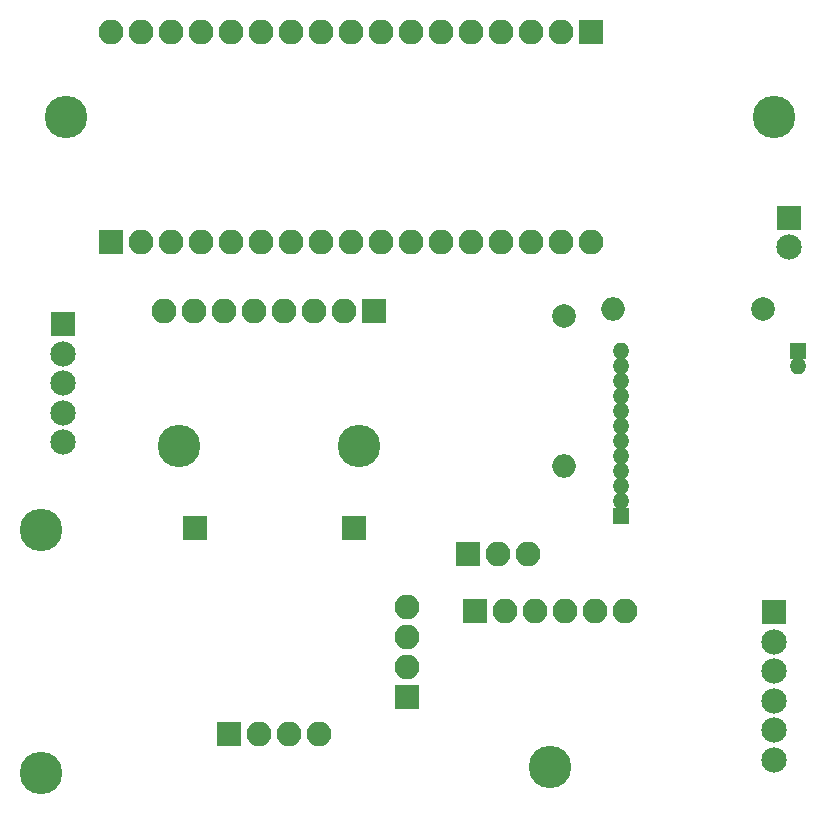
<source format=gbr>
G04 #@! TF.FileFunction,Soldermask,Bot*
%FSLAX46Y46*%
G04 Gerber Fmt 4.6, Leading zero omitted, Abs format (unit mm)*
G04 Created by KiCad (PCBNEW 4.0.7) date 08/16/18 23:45:15*
%MOMM*%
%LPD*%
G01*
G04 APERTURE LIST*
%ADD10C,0.100000*%
%ADD11R,2.100000X2.100000*%
%ADD12O,2.100000X2.100000*%
%ADD13C,3.600000*%
%ADD14R,1.400000X1.400000*%
%ADD15O,1.400000X1.400000*%
%ADD16R,2.150000X2.150000*%
%ADD17C,2.150000*%
%ADD18C,2.000000*%
%ADD19O,2.000000X2.000000*%
G04 APERTURE END LIST*
D10*
D11*
X102806500Y-85534500D03*
D12*
X100266500Y-85534500D03*
X97726500Y-85534500D03*
X95186500Y-85534500D03*
X92646500Y-85534500D03*
X90106500Y-85534500D03*
X87566500Y-85534500D03*
X85026500Y-85534500D03*
D13*
X86296500Y-96964500D03*
D14*
X138684000Y-88900000D03*
D15*
X138684000Y-90170000D03*
D14*
X123698000Y-102870000D03*
D15*
X123698000Y-101600000D03*
X123698000Y-100330000D03*
X123698000Y-99060000D03*
X123698000Y-97790000D03*
X123698000Y-96520000D03*
X123698000Y-95250000D03*
X123698000Y-93980000D03*
X123698000Y-92710000D03*
X123698000Y-91440000D03*
X123698000Y-90170000D03*
X123698000Y-88900000D03*
D11*
X121158000Y-61849000D03*
D12*
X118618000Y-61849000D03*
X116078000Y-61849000D03*
X113538000Y-61849000D03*
X110998000Y-61849000D03*
X108458000Y-61849000D03*
X105918000Y-61849000D03*
X103378000Y-61849000D03*
X100838000Y-61849000D03*
X98298000Y-61849000D03*
X95758000Y-61849000D03*
X93218000Y-61849000D03*
X90678000Y-61849000D03*
X88138000Y-61849000D03*
X85598000Y-61849000D03*
X83058000Y-61849000D03*
X80518000Y-61849000D03*
D11*
X101092000Y-103886000D03*
X87630000Y-103886000D03*
X90551000Y-121285000D03*
D12*
X93091000Y-121285000D03*
X95631000Y-121285000D03*
X98171000Y-121285000D03*
D11*
X80518000Y-79629000D03*
D12*
X83058000Y-79629000D03*
X85598000Y-79629000D03*
X88138000Y-79629000D03*
X90678000Y-79629000D03*
X93218000Y-79629000D03*
X95758000Y-79629000D03*
X98298000Y-79629000D03*
X100838000Y-79629000D03*
X103378000Y-79629000D03*
X105918000Y-79629000D03*
X108458000Y-79629000D03*
X110998000Y-79629000D03*
X113538000Y-79629000D03*
X116078000Y-79629000D03*
X118618000Y-79629000D03*
X121158000Y-79629000D03*
D11*
X110744000Y-106045000D03*
D12*
X113284000Y-106045000D03*
X115824000Y-106045000D03*
D11*
X105600500Y-118173500D03*
D12*
X105600500Y-115633500D03*
X105600500Y-113093500D03*
X105600500Y-110553500D03*
D11*
X111379000Y-110871000D03*
D12*
X113919000Y-110871000D03*
X116459000Y-110871000D03*
X118999000Y-110871000D03*
X121539000Y-110871000D03*
X124079000Y-110871000D03*
D13*
X101536500Y-96964500D03*
X74612500Y-124650500D03*
X74612500Y-104076500D03*
D16*
X76454000Y-86614000D03*
D17*
X76454000Y-89114000D03*
X76454000Y-91614000D03*
X76454000Y-94114000D03*
X76454000Y-96614000D03*
D13*
X76708000Y-69088000D03*
X136652000Y-69088000D03*
X117729000Y-124079000D03*
D16*
X137922000Y-77597000D03*
D17*
X137922000Y-80097000D03*
D18*
X118935500Y-85915500D03*
D19*
X118935500Y-98615500D03*
D18*
X135763000Y-85344000D03*
D19*
X123063000Y-85344000D03*
D16*
X136652000Y-110998000D03*
D17*
X136652000Y-113498000D03*
X136652000Y-115998000D03*
X136652000Y-118498000D03*
X136652000Y-120998000D03*
X136652000Y-123498000D03*
M02*

</source>
